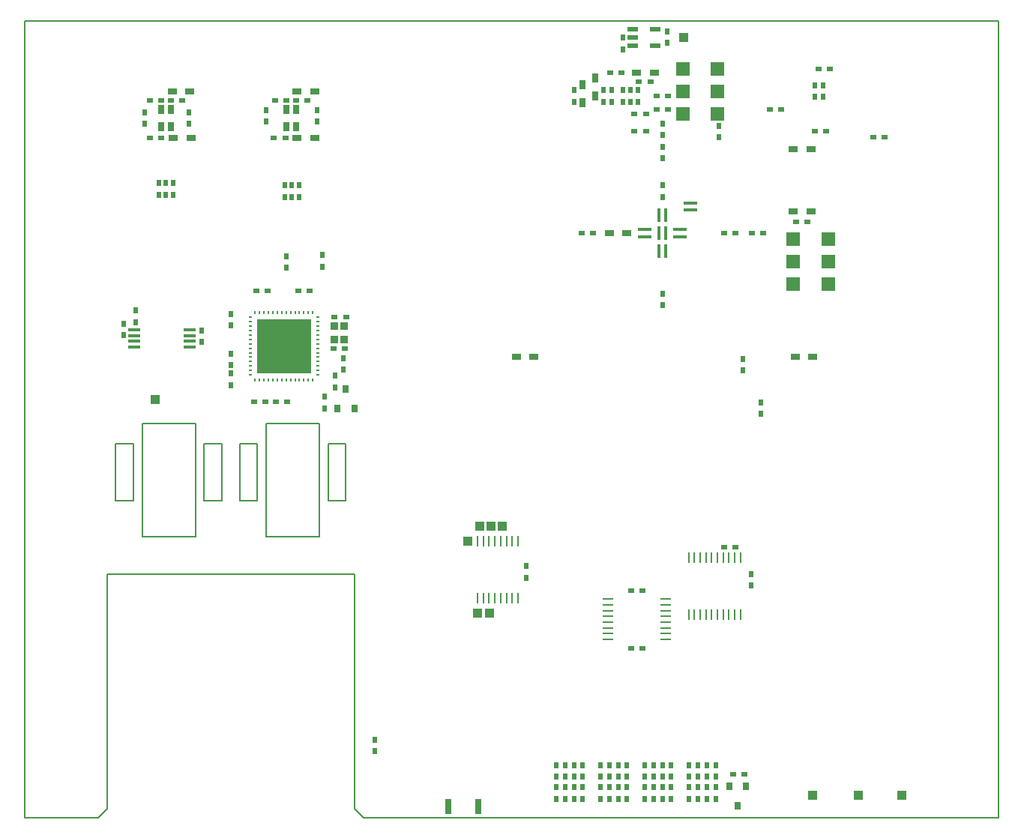
<source format=gbp>
*
*
G04 PADS 9.5 Build Number: 522968 generated Gerber (RS-274-X) file*
G04 PC Version=2.1*
*
%IN "SCROD.revA3.batch4.auto"*%
*
%MOIN*%
*
%FSLAX35Y35*%
*
*
*
*
G04 PC Standard Apertures*
*
*
G04 Thermal Relief Aperture macro.*
%AMTER*
1,1,$1,0,0*
1,0,$1-$2,0,0*
21,0,$3,$4,0,0,45*
21,0,$3,$4,0,0,135*
%
*
*
G04 Annular Aperture macro.*
%AMANN*
1,1,$1,0,0*
1,0,$2,0,0*
%
*
*
G04 Odd Aperture macro.*
%AMODD*
1,1,$1,0,0*
1,0,$1-0.005,0,0*
%
*
*
G04 PC Custom Aperture Macros*
*
*
*
*
*
*
G04 PC Aperture Table*
*
%ADD010C,0.001*%
%ADD012C,0.005*%
%ADD095O,0.00984X0.04921*%
%ADD097R,0.05906X0.06299*%
%ADD109R,0.0315X0.01969*%
%ADD110R,0.04331X0.0315*%
%ADD111R,0.01969X0.0315*%
%ADD115R,0.02559X0.0374*%
%ADD116R,0.00984X0.04921*%
%ADD117R,0.05X0.02*%
%ADD118R,0.01575X0.00984*%
%ADD119R,0.00984X0.01575*%
%ADD120R,0.24016X0.24016*%
%ADD121R,0.0315X0.04331*%
%ADD123R,0.01378X0.06299*%
%ADD124R,0.06299X0.01378*%
%ADD125R,0.03346X0.0374*%
%ADD161R,0.0315X0.06693*%
%ADD164R,0.05709X0.01575*%
%ADD165O,0.05709X0.01575*%
%ADD166R,0.04921X0.00984*%
%ADD167O,0.04921X0.00984*%
%ADD177R,0.03937X0.03937*%
*
*
*
*
G04 PC Circuitry*
G04 Layer Name SCROD.revA3.batch4.auto - circuitry*
%LPD*%
*
*
G04 PC Custom Flashes*
G04 Layer Name SCROD.revA3.batch4.auto - flashes*
%LPD*%
*
*
G04 PC Circuitry*
G04 Layer Name SCROD.revA3.batch4.auto - circuitry*
%LPD*%
*
G54D10*
G54D12*
G01X80315Y56693D02*
X112795D01*
X116732Y60630*
Y164961*
X226969*
Y60630*
X230906Y56693*
X513386*
Y411024*
X80315*
Y56693*
X132480Y231890D02*
X156102D01*
Y181693*
X132480*
Y231890*
X187598D02*
X211220D01*
Y181693*
X187598*
Y231890*
X160039Y223031D02*
X167913D01*
Y197441*
X160039*
Y223031*
X175787D02*
X183661D01*
Y197441*
X175787*
Y223031*
X215157D02*
X223031D01*
Y197441*
X215157*
Y223031*
X120669D02*
X128543D01*
Y197441*
X120669*
Y223031*
G54D95*
X395866Y146752D03*
X393307D03*
X390748D03*
X388189D03*
X385630D03*
X383071D03*
X380512D03*
X377953D03*
X375394D03*
Y172343D03*
X377953D03*
X380512D03*
X383071D03*
X385630D03*
X388189D03*
X390748D03*
X393307D03*
X395866D03*
X398425D03*
X296949Y154134D03*
X294390D03*
X291831D03*
X289272D03*
X286713D03*
X284154D03*
X281594D03*
Y179724D03*
X284154D03*
X286713D03*
X289272D03*
X291831D03*
X294390D03*
X296949D03*
X299508D03*
G54D97*
X437402Y313740D03*
Y303740D03*
Y293740D03*
X422047D03*
Y303740D03*
Y313740D03*
X388189Y389528D03*
Y379528D03*
Y369528D03*
X372835D03*
Y379528D03*
Y389528D03*
G54D109*
X327756Y316535D03*
X332874D03*
X411417Y371654D03*
X416535D03*
X396358Y316535D03*
X391240D03*
X403543D03*
X408661D03*
X351378Y369685D03*
X356496D03*
X361220Y377559D03*
X366339D03*
X361220Y371654D03*
X366339D03*
X351378Y361811D03*
X356496D03*
X391240Y176772D03*
X396358D03*
X188189Y290945D03*
X183071D03*
X191929Y241732D03*
X197047D03*
X182087D03*
X187205D03*
X206890Y290945D03*
X201772D03*
X438189Y389616D03*
X433071D03*
X190945Y358858D03*
X196063D03*
X135827Y375591D03*
X140945D03*
X205906D03*
X200787D03*
X191437D03*
X196555D03*
X150295D03*
X145177D03*
X135827Y358858D03*
X140945D03*
X431594Y361811D03*
X436713D03*
X358465Y383957D03*
X353346D03*
X423228Y321457D03*
X428346D03*
X217520Y265354D03*
X222638D03*
X218012Y279134D03*
X223130D03*
X457530Y359271D03*
X462648D03*
X395177Y75886D03*
X400295D03*
X355028Y157571D03*
X349909D03*
X355028Y131980D03*
X349909D03*
X340551Y387894D03*
X345669D03*
G54D110*
X306693Y261417D03*
X298819D03*
X422835D03*
X430709D03*
X421850Y353937D03*
X429724D03*
X348031Y316535D03*
X340157D03*
X209252Y358858D03*
X201378D03*
X209252Y379528D03*
X201378D03*
X153642D03*
X145768D03*
X154134Y358858D03*
X146260D03*
X360089Y387894D03*
X352215D03*
X421850Y326378D03*
X429724D03*
G54D111*
X195965Y332677D03*
Y337795D03*
X320472Y79921D03*
Y74803D03*
X324409Y79921D03*
Y74803D03*
X328346Y79921D03*
Y74803D03*
X336220Y79921D03*
Y74803D03*
X340157Y79921D03*
Y74803D03*
X344094Y79921D03*
Y74803D03*
X348031Y79921D03*
Y74803D03*
X355906Y79921D03*
Y74803D03*
X363780Y79921D03*
Y74803D03*
X367717Y79921D03*
Y74803D03*
X375591Y79921D03*
Y74803D03*
X379528Y79921D03*
Y74803D03*
X383465Y79921D03*
Y74803D03*
X387402Y79921D03*
Y74803D03*
X316535Y79921D03*
Y74803D03*
X359843Y79921D03*
Y74803D03*
X363780Y284449D03*
Y289567D03*
X324409Y375000D03*
Y380118D03*
X363780Y332677D03*
Y337795D03*
X320472Y70079D03*
Y64961D03*
X316535Y70079D03*
Y64961D03*
X324409Y70079D03*
Y64961D03*
X328346Y70079D03*
Y64961D03*
X336220Y70079D03*
Y64961D03*
X340157Y70079D03*
Y64961D03*
X344094Y70079D03*
Y64961D03*
X348031Y70079D03*
Y64961D03*
X355906Y70079D03*
Y64961D03*
X359843Y70079D03*
Y64961D03*
X352953Y375000D03*
Y380118D03*
X346063Y375000D03*
Y380118D03*
X341142Y375000D03*
Y380118D03*
X337697Y375000D03*
Y380118D03*
X349508Y375000D03*
Y380118D03*
X363780Y360236D03*
Y365354D03*
X403150Y165059D03*
Y159941D03*
X159055Y268209D03*
Y273327D03*
X171850Y275591D03*
Y280709D03*
Y262992D03*
Y257874D03*
Y249016D03*
Y254134D03*
X222047Y255906D03*
Y261024D03*
X235827Y86122D03*
Y91240D03*
X213681Y243799D03*
Y238681D03*
X124114Y276280D03*
Y271161D03*
X202362Y332677D03*
Y337795D03*
X210236Y371260D03*
Y366142D03*
X133465Y370276D03*
Y365157D03*
X139862Y333661D03*
Y338780D03*
X142815Y333661D03*
Y338780D03*
X146260Y333661D03*
Y338780D03*
X153150Y370276D03*
Y365157D03*
X363780Y355020D03*
Y349902D03*
X129528Y282185D03*
Y277067D03*
X431693Y382333D03*
Y377215D03*
X435138Y382333D03*
Y377215D03*
X196457Y301181D03*
Y306299D03*
X218110Y253150D03*
Y248031D03*
X212697Y301673D03*
Y306791D03*
X187598Y371260D03*
Y366142D03*
X198917Y332677D03*
Y337795D03*
X363780Y70079D03*
Y64961D03*
X367717Y70079D03*
Y64961D03*
X375591Y70079D03*
Y64961D03*
X379528Y70079D03*
Y64961D03*
X383465Y70079D03*
Y64961D03*
X387402Y70079D03*
Y64961D03*
X346063Y398315D03*
Y403433D03*
X365748Y401083D03*
Y406201D03*
X407571Y236213D03*
Y241331D03*
X399697Y255406D03*
Y260524D03*
X303248Y168504D03*
Y163386D03*
X388878Y359252D03*
Y364370D03*
G54D115*
X226772Y238681D03*
X219272D03*
X223031Y247309D03*
X393504Y70571D03*
X401004D03*
X397244Y61943D03*
G54D116*
X398425Y146752D03*
X299508Y154134D03*
G54D117*
X350413Y399892D03*
Y403642D03*
Y407392D03*
X360413D03*
Y399892D03*
G54D118*
X210433Y279134D03*
Y277165D03*
Y275197D03*
Y273228D03*
Y271260D03*
Y269291D03*
Y267323D03*
Y265354D03*
Y263386D03*
Y261417D03*
Y259449D03*
Y257480D03*
Y255512D03*
Y253543D03*
X180512D03*
Y255512D03*
Y257480D03*
Y259449D03*
Y261417D03*
Y263386D03*
Y265354D03*
Y267323D03*
Y269291D03*
Y271260D03*
Y273228D03*
Y275197D03*
Y277165D03*
Y279134D03*
G54D119*
X208268Y251378D03*
X206299D03*
X204331D03*
X202362D03*
X200394D03*
X198425D03*
X196457D03*
X194488D03*
X192520D03*
X190551D03*
X188583D03*
X186614D03*
X184646D03*
X182677D03*
Y281299D03*
X184646D03*
X186614D03*
X188583D03*
X190551D03*
X192520D03*
X194488D03*
X196457D03*
X198425D03*
X200394D03*
X202362D03*
X204331D03*
X206299D03*
X208268D03*
G54D120*
X195472Y266339D03*
G54D121*
X328346Y374606D03*
Y382480D03*
X333760Y377559D03*
Y385433D03*
X145276Y363780D03*
Y371654D03*
X140846D03*
Y363780D03*
X200886D03*
Y371654D03*
X196457D03*
Y363780D03*
G54D123*
X365354Y316535D03*
X362205D03*
X365354Y324409D03*
X362205D03*
X365354Y308661D03*
X362205D03*
G54D124*
X355906Y314961D03*
Y318110D03*
X371654Y314961D03*
Y318110D03*
X376083Y326772D03*
Y329921D03*
G54D125*
X217795Y269370D03*
Y275118D03*
X222362D03*
Y269370D03*
G54D161*
X281890Y61614D03*
X268504D03*
G54D164*
X153642Y273622D03*
G54D165*
Y271063D03*
Y268504D03*
Y265945D03*
X129035D03*
Y268504D03*
Y271063D03*
Y273622D03*
G54D166*
X365264Y153831D03*
G54D167*
Y151272D03*
Y148713D03*
Y146154D03*
Y143594D03*
Y141035D03*
Y138476D03*
Y135917D03*
X339673D03*
Y138476D03*
Y141035D03*
Y143594D03*
Y146154D03*
Y148713D03*
Y151272D03*
Y153831D03*
G54D177*
X430709Y66535D03*
X450886D03*
X470079D03*
X373122Y403634D03*
X138378Y242709D03*
X287008Y147736D03*
X281594D03*
X277165Y179724D03*
X282579Y186122D03*
X287500D03*
X292421D03*
X0Y0D02*
M02*

</source>
